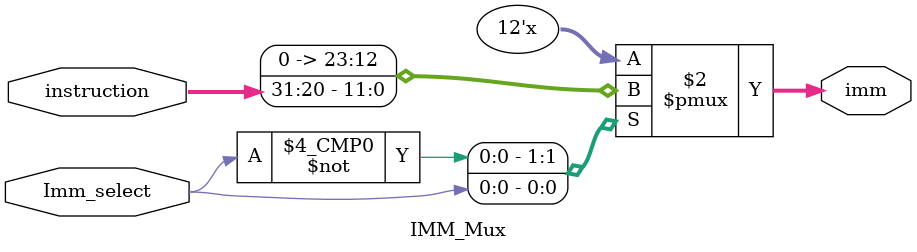
<source format=v>
module IMM_Mux(Imm_select, instruction, imm);

input Imm_select;
input [31:0] instruction;

output reg[11:0] imm;

always@(*) begin
case(Imm_select)
2'b00://R-type
begin 
imm=11'b0;
end
2'b01://I-type
begin 
imm=instruction[31:20];
end
2'b10://Branch
begin 
imm[11]=instruction[31];
imm[10:5]=instruction[30:25];
imm[4:1]=instruction[11:8];
imm[0]=instruction[7];
end
2'b11://S-Type
begin
imm[11:5]=instruction[31:25];
imm[4:0] =instruction[11:7];
end


endcase
end

endmodule
</source>
